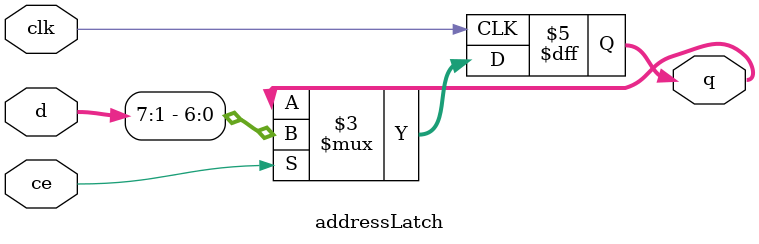
<source format=v>
module addressLatch(
input clk,
input[7:0] d,
input ce,
output reg[6:0] q
);
always @(posedge clk) begin
	if(ce == 1) begin
		q <= d[7:1]; // I don't think this needs to be made into a bus but I may be wrong
	end
end

endmodule

</source>
